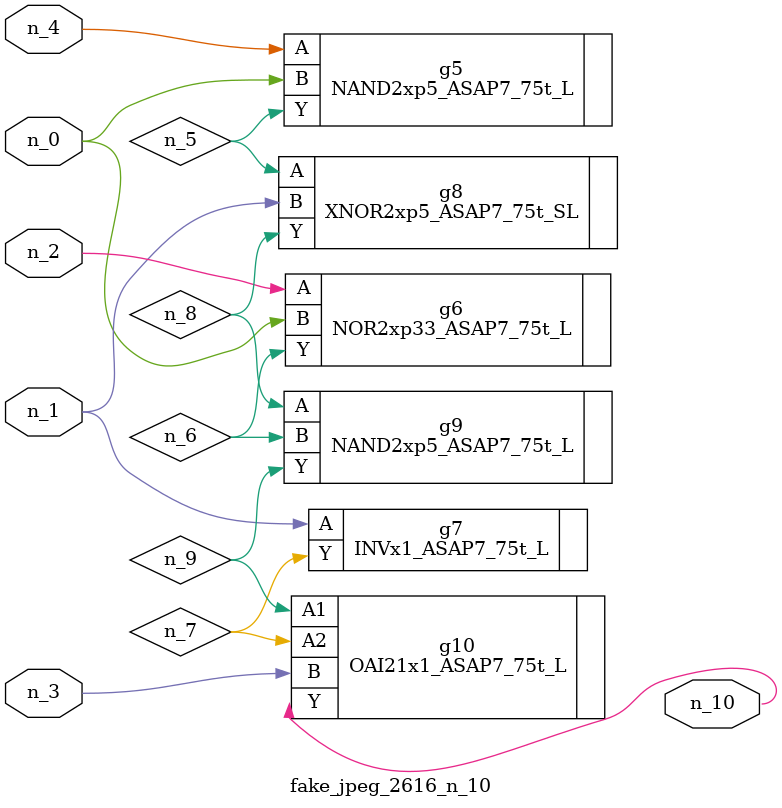
<source format=v>
module fake_jpeg_2616_n_10 (n_3, n_2, n_1, n_0, n_4, n_10);

input n_3;
input n_2;
input n_1;
input n_0;
input n_4;

output n_10;

wire n_8;
wire n_9;
wire n_6;
wire n_5;
wire n_7;

NAND2xp5_ASAP7_75t_L g5 ( 
.A(n_4),
.B(n_0),
.Y(n_5)
);

NOR2xp33_ASAP7_75t_L g6 ( 
.A(n_2),
.B(n_0),
.Y(n_6)
);

INVx1_ASAP7_75t_L g7 ( 
.A(n_1),
.Y(n_7)
);

XNOR2xp5_ASAP7_75t_SL g8 ( 
.A(n_5),
.B(n_1),
.Y(n_8)
);

NAND2xp5_ASAP7_75t_L g9 ( 
.A(n_8),
.B(n_6),
.Y(n_9)
);

OAI21x1_ASAP7_75t_L g10 ( 
.A1(n_9),
.A2(n_7),
.B(n_3),
.Y(n_10)
);


endmodule
</source>
